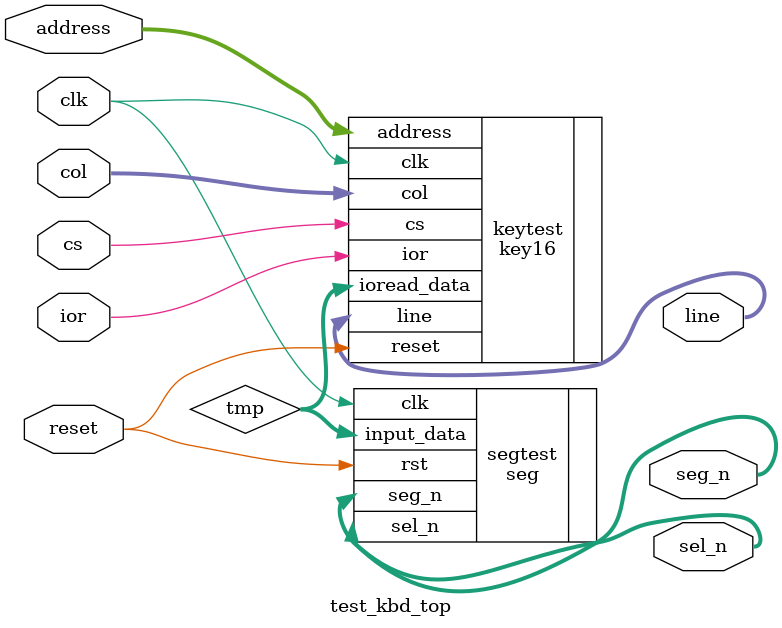
<source format=v>
`timescale 1ns / 1ps


module test_kbd_top(
	reset,cs,clk,ior,address,col,line,
	sel_n,seg_n
    );
	input reset,cs,clk,ior;
	input [1:0] address;
	input[3:0] col;
	output [3:0] line;
	// output[15:0] ioread_data;
	// input[32:0] input_data;
	output [7:0] sel_n,seg_n;
	wire[32:0] tmp;

	seg segtest(
		.clk(clk),.rst(reset),.input_data(tmp),
		.sel_n(sel_n),.seg_n(seg_n)
		);

	key16 keytest(
		.reset(reset),.cs(cs),.clk(clk),.ior(ior),
		.address(address),.col(col),.line(line),
		.ioread_data(tmp)
		);

endmodule

</source>
